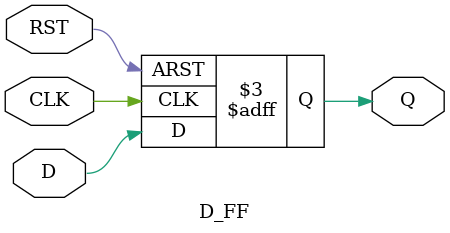
<source format=v>
/****************************************
* Title   : D_flip_flop.v
* Purpose : D Flip Flop with asynchronous reset
* Author  : Harish R EE20B044 <harishrajesh2002@gmail.com>
* Date    : Nov 25 2021
*****************************************/

`timescale 1ns/1ps

module D_FF( Q,		//port list
			 D,
			 CLK,
			 RST);

	//Argument classification
	output Q;
	input D, CLK, RST;
	reg Q;

	always @ (posedge CLK, //sensitivity list 
			  negedge RST)
	
		if(!RST) Q <= 1'b0; //one bit binary number with a value of zero
		else Q <= D;
	

		
endmodule

</source>
